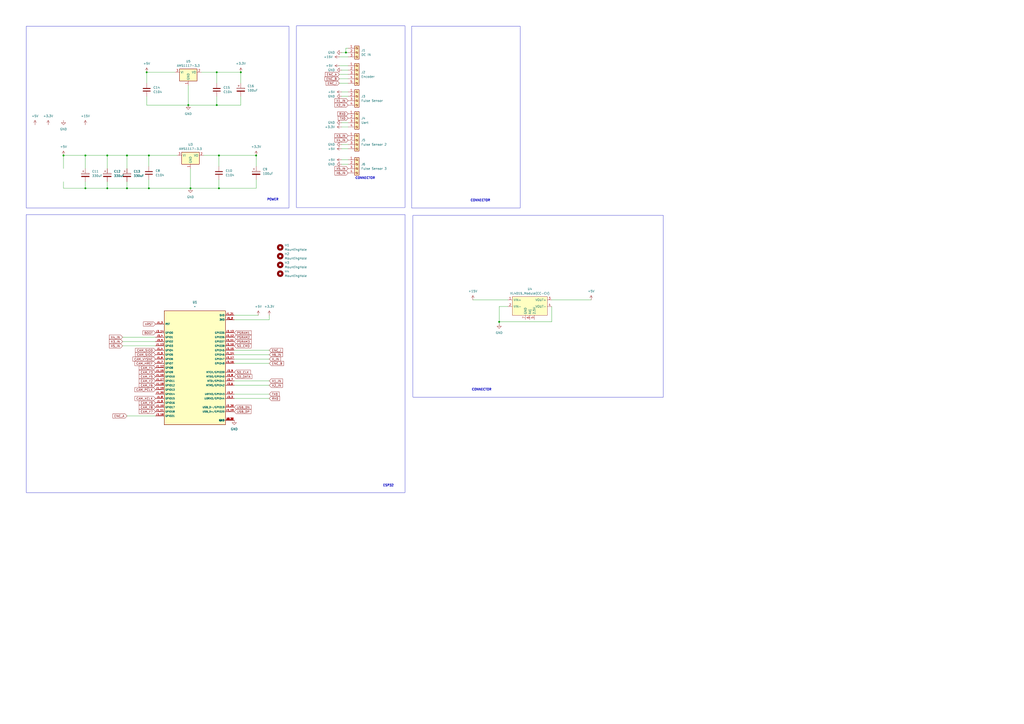
<source format=kicad_sch>
(kicad_sch (version 20250114) (generator "eeschema") (generator_version "9.0")
  (paper "A2")
  (lib_symbols
    (symbol "Connector:Screw_Terminal_01x03" (pin_names (offset 1.016) (hide yes))
      (property "Reference" "J" (at 0 5.08 0))
      (property "Value" "Screw_Terminal_01x03" (at 0 -5.08 0))
      (symbol "Screw_Terminal_01x03_1_1"
        (rectangle (start -1.27 3.81) (end 1.27 -3.81) (stroke (width 0.254)) (fill (type background)))
        (polyline (pts (xy -0.5334 2.8702) (xy 0.3302 2.032)) (stroke (width 0.1524)))
        (polyline (pts (xy -0.5334 0.3302) (xy 0.3302 -0.508)) (stroke (width 0.1524)))
        (polyline (pts (xy -0.5334 -2.2098) (xy 0.3302 -3.048)) (stroke (width 0.1524)))
        (polyline (pts (xy -0.3556 3.048) (xy 0.508 2.2098)) (stroke (width 0.1524)))
        (polyline (pts (xy -0.3556 0.508) (xy 0.508 -0.3302)) (stroke (width 0.1524)))
        (polyline (pts (xy -0.3556 -2.032) (xy 0.508 -2.8702)) (stroke (width 0.1524)))
        (circle (center 0 2.54) (radius 0.635) (stroke (width 0.1524)))
        (circle (center 0 0) (radius 0.635) (stroke (width 0.1524)))
        (circle (center 0 -2.54) (radius 0.635) (stroke (width 0.1524)))
        (pin passive line (at -5.08 2.54 0) (length 3.81) (name "Pin_1") (number "1"))
        (pin passive line (at -5.08 0 0) (length 3.81) (name "Pin_2") (number "2"))
        (pin passive line (at -5.08 -2.54 0) (length 3.81) (name "Pin_3") (number "3"))
      )
    )
    (symbol "Connector:Screw_Terminal_01x04" (pin_names (offset 1.016) (hide yes))
      (property "Reference" "J" (at 0 5.08 0))
      (property "Value" "Screw_Terminal_01x04" (at 0 -7.62 0))
      (symbol "Screw_Terminal_01x04_1_1"
        (rectangle (start -1.27 3.81) (end 1.27 -6.35) (stroke (width 0.254)) (fill (type background)))
        (polyline (pts (xy -0.5334 2.8702) (xy 0.3302 2.032)) (stroke (width 0.1524)))
        (polyline (pts (xy -0.5334 0.3302) (xy 0.3302 -0.508)) (stroke (width 0.1524)))
        (polyline (pts (xy -0.5334 -2.2098) (xy 0.3302 -3.048)) (stroke (width 0.1524)))
        (polyline (pts (xy -0.5334 -4.7498) (xy 0.3302 -5.588)) (stroke (width 0.1524)))
        (polyline (pts (xy -0.3556 3.048) (xy 0.508 2.2098)) (stroke (width 0.1524)))
        (polyline (pts (xy -0.3556 0.508) (xy 0.508 -0.3302)) (stroke (width 0.1524)))
        (polyline (pts (xy -0.3556 -2.032) (xy 0.508 -2.8702)) (stroke (width 0.1524)))
        (polyline (pts (xy -0.3556 -4.572) (xy 0.508 -5.4102)) (stroke (width 0.1524)))
        (circle (center 0 2.54) (radius 0.635) (stroke (width 0.1524)))
        (circle (center 0 0) (radius 0.635) (stroke (width 0.1524)))
        (circle (center 0 -2.54) (radius 0.635) (stroke (width 0.1524)))
        (circle (center 0 -5.08) (radius 0.635) (stroke (width 0.1524)))
        (pin passive line (at -5.08 2.54 0) (length 3.81) (name "Pin_1") (number "1"))
        (pin passive line (at -5.08 0 0) (length 3.81) (name "Pin_2") (number "2"))
        (pin passive line (at -5.08 -2.54 0) (length 3.81) (name "Pin_3") (number "3"))
        (pin passive line (at -5.08 -5.08 0) (length 3.81) (name "Pin_4") (number "4"))
      )
    )
    (symbol "Connector:Screw_Terminal_01x05" (pin_names (offset 1.016) (hide yes))
      (property "Reference" "J" (at 0 7.62 0))
      (property "Value" "Screw_Terminal_01x05" (at 0 -7.62 0))
      (symbol "Screw_Terminal_01x05_1_1"
        (rectangle (start -1.27 6.35) (end 1.27 -6.35) (stroke (width 0.254)) (fill (type background)))
        (polyline (pts (xy -0.5334 5.4102) (xy 0.3302 4.572)) (stroke (width 0.1524)))
        (polyline (pts (xy -0.5334 2.8702) (xy 0.3302 2.032)) (stroke (width 0.1524)))
        (polyline (pts (xy -0.5334 0.3302) (xy 0.3302 -0.508)) (stroke (width 0.1524)))
        (polyline (pts (xy -0.5334 -2.2098) (xy 0.3302 -3.048)) (stroke (width 0.1524)))
        (polyline (pts (xy -0.5334 -4.7498) (xy 0.3302 -5.588)) (stroke (width 0.1524)))
        (polyline (pts (xy -0.3556 5.588) (xy 0.508 4.7498)) (stroke (width 0.1524)))
        (polyline (pts (xy -0.3556 3.048) (xy 0.508 2.2098)) (stroke (width 0.1524)))
        (polyline (pts (xy -0.3556 0.508) (xy 0.508 -0.3302)) (stroke (width 0.1524)))
        (polyline (pts (xy -0.3556 -2.032) (xy 0.508 -2.8702)) (stroke (width 0.1524)))
        (polyline (pts (xy -0.3556 -4.572) (xy 0.508 -5.4102)) (stroke (width 0.1524)))
        (circle (center 0 5.08) (radius 0.635) (stroke (width 0.1524)))
        (circle (center 0 2.54) (radius 0.635) (stroke (width 0.1524)))
        (circle (center 0 0) (radius 0.635) (stroke (width 0.1524)))
        (circle (center 0 -2.54) (radius 0.635) (stroke (width 0.1524)))
        (circle (center 0 -5.08) (radius 0.635) (stroke (width 0.1524)))
        (pin passive line (at -5.08 5.08 0) (length 3.81) (name "Pin_1") (number "1"))
        (pin passive line (at -5.08 2.54 0) (length 3.81) (name "Pin_2") (number "2"))
        (pin passive line (at -5.08 0 0) (length 3.81) (name "Pin_3") (number "3"))
        (pin passive line (at -5.08 -2.54 0) (length 3.81) (name "Pin_4") (number "4"))
        (pin passive line (at -5.08 -5.08 0) (length 3.81) (name "Pin_5") (number "5"))
      )
    )
    (symbol "Device:C" (pin_numbers (hide yes)) (pin_names (offset 0.254))
      (property "Reference" "C" (at 0.635 2.54 0))
      (property "Value" "C" (at 0.635 -2.54 0))
      (symbol "C_0_1"
        (polyline (pts (xy -2.032 0.762) (xy 2.032 0.762)) (stroke (width 0.508)))
        (polyline (pts (xy -2.032 -0.762) (xy 2.032 -0.762)) (stroke (width 0.508)))
      )
      (symbol "C_1_1"
        (pin passive line (at 0 3.81 270) (length 2.794) (name "~") (number "1"))
        (pin passive line (at 0 -3.81 90) (length 2.794) (name "~") (number "2"))
      )
    )
    (symbol "Device:C_Polarized" (pin_numbers (hide yes)) (pin_names (offset 0.254))
      (property "Reference" "C" (at 0.635 2.54 0))
      (property "Value" "C_Polarized" (at 0.635 -2.54 0))
      (symbol "C_Polarized_0_1"
        (rectangle (start -2.286 0.508) (end 2.286 1.016))
        (polyline (pts (xy -1.778 2.286) (xy -0.762 2.286)))
        (polyline (pts (xy -1.27 2.794) (xy -1.27 1.778)))
        (rectangle (start 2.286 -0.508) (end -2.286 -1.016) (fill (type outline)))
      )
      (symbol "C_Polarized_1_1"
        (pin passive line (at 0 3.81 270) (length 2.794) (name "~") (number "1"))
        (pin passive line (at 0 -3.81 90) (length 2.794) (name "~") (number "2"))
      )
    )
    (symbol "Mechanical:MountingHole" (pin_names (offset 1.016)) (in_bom no)
      (property "Reference" "H" (at 0 5.08 0))
      (property "Value" "MountingHole" (at 0 3.175 0))
      (symbol "MountingHole_0_1"
        (circle (center 0 0) (radius 1.27) (stroke (width 1.27)))
      )
    )
    (symbol "Module_MCU:ESP32-S3-CAM"
      (property "Reference" "U" (at 0 0 0))
      (symbol "ESP32-S3-CAM_0_0"
        (rectangle (start -17.78 -33.02) (end 17.78 33.02) (stroke (width 0.254)) (fill (type background)))
        (pin input line (at -22.86 25.4 0) (length 5.08) (name "RST") (number "J1_3"))
        (pin bidirectional line (at -22.86 20.32 0) (length 5.08) (name "GPIO0") (number "J3_14"))
        (pin bidirectional line (at -22.86 17.78 0) (length 5.08) (name "GPIO1") (number "J3_4"))
        (pin bidirectional line (at -22.86 15.24 0) (length 5.08) (name "GPIO2") (number "J3_5"))
        (pin bidirectional line (at -22.86 12.7 0) (length 5.08) (name "GPIO3") (number "J1_13"))
        (pin bidirectional line (at -22.86 10.16 0) (length 5.08) (name "GPIO4") (number "J1_4"))
        (pin bidirectional line (at -22.86 7.62 0) (length 5.08) (name "GPIO5") (number "J1_5"))
        (pin bidirectional line (at -22.86 5.08 0) (length 5.08) (name "GPIO6") (number "J1_6"))
        (pin bidirectional line (at -22.86 2.54 0) (length 5.08) (name "GPIO7") (number "J1_7"))
        (pin bidirectional line (at -22.86 0 0) (length 5.08) (name "GPIO8") (number "J1_12"))
        (pin bidirectional line (at -22.86 -2.54 0) (length 5.08) (name "GPIO9") (number "J1_15"))
        (pin bidirectional line (at -22.86 -5.08 0) (length 5.08) (name "GPIO10") (number "J1_16"))
        (pin bidirectional line (at -22.86 -7.62 0) (length 5.08) (name "GPIO11") (number "J1_17"))
        (pin bidirectional line (at -22.86 -10.16 0) (length 5.08) (name "GPIO12") (number "J1_18"))
        (pin bidirectional line (at -22.86 -12.7 0) (length 5.08) (name "GPIO13") (number "J1_19"))
        (pin bidirectional line (at -22.86 -15.24 0) (length 5.08) (name "GPIO14") (number "J1_20"))
        (pin bidirectional line (at -22.86 -17.78 0) (length 5.08) (name "GPIO15") (number "J1_8"))
        (pin bidirectional line (at -22.86 -20.32 0) (length 5.08) (name "GPIO16") (number "J1_9"))
        (pin bidirectional line (at -22.86 -22.86 0) (length 5.08) (name "GPIO17") (number "J1_10"))
        (pin bidirectional line (at -22.86 -25.4 0) (length 5.08) (name "GPIO18") (number "J1_11"))
        (pin bidirectional line (at -22.86 -27.94 0) (length 5.08) (name "GPIO21") (number "J3_18"))
        (pin power_in line (at 22.86 30.48 180) (length 5.08) (name "5V0") (number "J1_21"))
        (pin power_in line (at 22.86 27.94 180) (length 5.08) (name "3V3") (number "J1_1"))
        (pin power_in line (at 22.86 27.94 180) (length 5.08) (name "3V3") (number "J1_2"))
        (pin bidirectional line (at 22.86 20.32 180) (length 5.08) (name "GPIO35") (number "J3_13"))
        (pin bidirectional line (at 22.86 17.78 180) (length 5.08) (name "GPIO36") (number "J3_12"))
        (pin bidirectional line (at 22.86 15.24 180) (length 5.08) (name "GPIO37") (number "J3_11"))
        (pin bidirectional line (at 22.86 12.7 180) (length 5.08) (name "GPIO38") (number "J3_10"))
        (pin bidirectional line (at 22.86 10.16 180) (length 5.08) (name "GPIO45") (number "J3_15"))
        (pin bidirectional line (at 22.86 7.62 180) (length 5.08) (name "GPIO46") (number "J1_14"))
        (pin bidirectional line (at 22.86 5.08 180) (length 5.08) (name "GPIO47") (number "J3_17"))
        (pin bidirectional line (at 22.86 2.54 180) (length 5.08) (name "GPIO48") (number "J3_16"))
        (pin bidirectional line (at 22.86 -2.54 180) (length 5.08) (name "MTCK/GPIO39") (number "J3_9"))
        (pin bidirectional line (at 22.86 -5.08 180) (length 5.08) (name "MTDO/GPIO40") (number "J3_8"))
        (pin bidirectional line (at 22.86 -7.62 180) (length 5.08) (name "MTDI/GPIO41") (number "J3_7"))
        (pin bidirectional line (at 22.86 -10.16 180) (length 5.08) (name "MTMS/GPIO42") (number "J3_6"))
        (pin bidirectional line (at 22.86 -15.24 180) (length 5.08) (name "U0TXD/GPIO43") (number "J3_2"))
        (pin bidirectional line (at 22.86 -17.78 180) (length 5.08) (name "U0RXD/GPIO44") (number "J3_3"))
        (pin bidirectional line (at 22.86 -22.86 180) (length 5.08) (name "USB_D-/GPIO19") (number "J3_20"))
        (pin bidirectional line (at 22.86 -25.4 180) (length 5.08) (name "USB_D+/GPIO20") (number "J3_19"))
        (pin power_in line (at 22.86 -30.48 180) (length 5.08) (name "GND") (number "J1_22"))
        (pin power_in line (at 22.86 -30.48 180) (length 5.08) (name "GND") (number "J3_1"))
        (pin power_in line (at 22.86 -30.48 180) (length 5.08) (name "GND") (number "J3_21"))
        (pin power_in line (at 22.86 -30.48 180) (length 5.08) (name "GND") (number "J3_22"))
      )
    )
    (symbol "Module_Powers:XL4015_With_CC"
      (property "Reference" "U" (at 0 3.302 0))
      (property "Value" "XL4015_Module(CC-CV)" (at 0 0 0))
      (symbol "XL4015_With_CC_0_1"
        (rectangle (start -10.16 5.715) (end 10.16 -5.08) (fill (type background)))
      )
      (symbol "XL4015_With_CC_1_1"
        (pin input line (at -12.7 3.81 0) (length 2.54) (name "VIN+") (number "1"))
        (pin input line (at -12.7 0 0) (length 2.54) (name "VIN-") (number "2"))
        (pin input line (at -2.54 -7.62 90) (length 2.54) (name "GND") (number "7"))
        (pin input line (at 0 -7.62 90) (length 2.54) (name "Adj") (number "6"))
        (pin input line (at 2.54 -7.62 90) (length 2.54) (name "2.5V") (number "5"))
        (pin input line (at 12.7 3.81 180) (length 2.54) (name "VOUT+") (number "3"))
        (pin input line (at 12.7 0 180) (length 2.54) (name "VOUT-") (number "4"))
      )
    )
    (symbol "Regulator_Linear:AMS1117-3.3"
      (property "Reference" "U" (at -3.81 3.175 0))
      (property "Value" "AMS1117-3.3" (at 0 3.175 0))
      (symbol "AMS1117-3.3_0_1"
        (rectangle (start -5.08 -5.08) (end 5.08 1.905) (stroke (width 0.254)) (fill (type background)))
      )
      (symbol "AMS1117-3.3_1_1"
        (pin power_in line (at -7.62 0 0) (length 2.54) (name "VI") (number "3"))
        (pin power_in line (at 0 -7.62 90) (length 2.54) (name "GND") (number "1"))
        (pin power_out line (at 7.62 0 180) (length 2.54) (name "VO") (number "2"))
      )
    )
    (symbol "power:+15V" (power) (pin_numbers (hide yes)) (pin_names (offset 0) (hide yes))
      (property "Value" "+15V" (at 0 3.556 0))
      (symbol "+15V_0_1"
        (polyline (pts (xy -0.762 1.27) (xy 0 2.54)))
        (polyline (pts (xy 0 2.54) (xy 0.762 1.27)))
        (polyline (pts (xy 0 0) (xy 0 2.54)))
      )
      (symbol "+15V_1_1"
        (pin power_in line (at 0 0 90) (length 0) (name "~") (number "1"))
      )
    )
    (symbol "power:+3.3V" (power) (pin_numbers (hide yes)) (pin_names (offset 0) (hide yes))
      (property "Value" "+3.3V" (at 0 3.556 0))
      (symbol "+3.3V_0_1"
        (polyline (pts (xy -0.762 1.27) (xy 0 2.54)))
        (polyline (pts (xy 0 2.54) (xy 0.762 1.27)))
        (polyline (pts (xy 0 0) (xy 0 2.54)))
      )
      (symbol "+3.3V_1_1"
        (pin power_in line (at 0 0 90) (length 0) (name "~") (number "1"))
      )
    )
    (symbol "power:+5V" (power) (pin_numbers (hide yes)) (pin_names (offset 0) (hide yes))
      (property "Value" "+5V" (at 0 3.556 0))
      (symbol "+5V_0_1"
        (polyline (pts (xy -0.762 1.27) (xy 0 2.54)))
        (polyline (pts (xy 0 2.54) (xy 0.762 1.27)))
        (polyline (pts (xy 0 0) (xy 0 2.54)))
      )
      (symbol "+5V_1_1"
        (pin power_in line (at 0 0 90) (length 0) (name "~") (number "1"))
      )
    )
    (symbol "power:GND" (power) (pin_numbers (hide yes)) (pin_names (offset 0) (hide yes))
      (property "Value" "GND" (at 0 -3.81 0))
      (symbol "GND_0_1"
        (polyline (pts (xy 0 0) (xy 0 -1.27) (xy 1.27 -1.27) (xy 0 -2.54) (xy -1.27 -1.27) (xy 0 -1.27)))
      )
      (symbol "GND_1_1"
        (pin power_in line (at 0 0 270) (length 0) (name "~") (number "1"))
      )
    )
  )
  (rectangle (start 15.24 15.24) (end 167.64 120.65))
  (rectangle (start 238.76 15.24) (end 301.752 120.65))
  (rectangle (start 239.522 124.968) (end 384.81 230.378))
  (rectangle (start 171.958 14.986) (end 234.95 120.396))
  (rectangle (start 15.24 124.46) (end 234.95 285.75))
  (text "CONNECTOR" (at 211.836 103.378 0) (effects (font (size 1.27 1.27) (thickness 0.254) (bold yes))))
  (text "CONNECTOR" (at 279.4 226.06 0) (effects (font (size 1.27 1.27) (thickness 0.254) (bold yes))))
  (text "POWER" (at 158.242 115.824 0) (effects (font (size 1.27 1.27) (thickness 0.254) (bold yes))))
  (text "ESP32" (at 225.298 281.686 0) (effects (font (size 1.27 1.27) (thickness 0.254) (bold yes))))
  (text "CONNECTOR" (at 278.638 116.332 0) (effects (font (size 1.27 1.27) (thickness 0.254) (bold yes))))
  (junction (at 36.83 90.17))
  (junction (at 125.73 41.91))
  (junction (at 86.36 90.17))
  (junction (at 62.23 90.17))
  (junction (at 200.66 30.48))
  (junction (at 62.23 109.22))
  (junction (at 86.36 109.22))
  (junction (at 148.59 90.17))
  (junction (at 127 90.17))
  (junction (at 85.09 41.91))
  (junction (at 49.53 90.17))
  (junction (at 73.66 109.22))
  (junction (at 289.56 186.69))
  (junction (at 110.49 109.22))
  (junction (at 73.66 90.17))
  (junction (at 125.73 60.96))
  (junction (at 139.7 41.91))
  (junction (at 127 109.22))
  (junction (at 109.22 60.96))
  (junction (at 49.53 109.22))
  (wire (pts (xy 196.85 38.1) (xy 201.93 38.1)))
  (wire (pts (xy 201.93 95.25) (xy 198.12 95.25)))
  (wire (pts (xy 125.73 60.96) (xy 109.22 60.96)))
  (wire (pts (xy 148.59 104.14) (xy 148.59 109.22)))
  (wire (pts (xy 127 104.14) (xy 127 109.22)))
  (wire (pts (xy 86.36 104.14) (xy 86.36 109.22)))
  (wire (pts (xy 289.56 186.69) (xy 289.56 177.8)))
  (wire (pts (xy 274.32 173.99) (xy 294.64 173.99)))
  (wire (pts (xy 62.23 109.22) (xy 73.66 109.22)))
  (wire (pts (xy 156.21 231.14) (xy 135.89 231.14)))
  (wire (pts (xy 73.66 105.41) (xy 73.66 109.22)))
  (wire (pts (xy 198.12 92.71) (xy 201.93 92.71)))
  (wire (pts (xy 85.09 48.26) (xy 85.09 41.91)))
  (wire (pts (xy 196.85 48.26) (xy 201.93 48.26)))
  (wire (pts (xy 156.21 185.42) (xy 135.89 185.42)))
  (wire (pts (xy 200.66 30.48) (xy 198.12 30.48)))
  (wire (pts (xy 156.21 223.52) (xy 135.89 223.52)))
  (wire (pts (xy 71.12 200.66) (xy 90.17 200.66)))
  (wire (pts (xy 73.66 241.3) (xy 90.17 241.3)))
  (wire (pts (xy 198.12 53.34) (xy 201.93 53.34)))
  (wire (pts (xy 148.59 90.17) (xy 148.59 96.52)))
  (wire (pts (xy 127 90.17) (xy 148.59 90.17)))
  (wire (pts (xy 201.93 30.48) (xy 200.66 30.48)))
  (wire (pts (xy 201.93 71.12) (xy 198.12 71.12)))
  (wire (pts (xy 156.21 210.82) (xy 135.89 210.82)))
  (wire (pts (xy 196.85 45.72) (xy 201.93 45.72)))
  (wire (pts (xy 73.66 90.17) (xy 73.66 97.79)))
  (wire (pts (xy 289.56 187.96) (xy 289.56 186.69)))
  (wire (pts (xy 201.93 83.82) (xy 198.12 83.82)))
  (wire (pts (xy 139.7 48.26) (xy 139.7 41.91)))
  (wire (pts (xy 320.04 186.69) (xy 289.56 186.69)))
  (wire (pts (xy 86.36 90.17) (xy 102.87 90.17)))
  (wire (pts (xy 85.09 60.96) (xy 109.22 60.96)))
  (wire (pts (xy 36.83 90.17) (xy 49.53 90.17)))
  (wire (pts (xy 156.21 182.88) (xy 156.21 185.42)))
  (wire (pts (xy 125.73 55.88) (xy 125.73 60.96)))
  (wire (pts (xy 156.21 228.6) (xy 135.89 228.6)))
  (wire (pts (xy 36.83 105.41) (xy 36.83 109.22)))
  (wire (pts (xy 49.53 90.17) (xy 49.53 97.79)))
  (wire (pts (xy 200.66 27.94) (xy 200.66 30.48)))
  (wire (pts (xy 196.85 43.18) (xy 201.93 43.18)))
  (wire (pts (xy 86.36 109.22) (xy 110.49 109.22)))
  (wire (pts (xy 156.21 205.74) (xy 135.89 205.74)))
  (wire (pts (xy 71.12 195.58) (xy 90.17 195.58)))
  (wire (pts (xy 342.9 173.99) (xy 320.04 173.99)))
  (wire (pts (xy 289.56 177.8) (xy 294.64 177.8)))
  (wire (pts (xy 127 109.22) (xy 110.49 109.22)))
  (wire (pts (xy 73.66 109.22) (xy 86.36 109.22)))
  (wire (pts (xy 49.53 90.17) (xy 62.23 90.17)))
  (wire (pts (xy 36.83 90.17) (xy 36.83 97.79)))
  (wire (pts (xy 86.36 96.52) (xy 86.36 90.17)))
  (wire (pts (xy 156.21 203.2) (xy 135.89 203.2)))
  (wire (pts (xy 85.09 55.88) (xy 85.09 60.96)))
  (wire (pts (xy 139.7 60.96) (xy 125.73 60.96)))
  (wire (pts (xy 139.7 41.91) (xy 125.73 41.91)))
  (wire (pts (xy 110.49 109.22) (xy 110.49 97.79)))
  (wire (pts (xy 62.23 105.41) (xy 62.23 109.22)))
  (wire (pts (xy 139.7 55.88) (xy 139.7 60.96)))
  (wire (pts (xy 148.59 109.22) (xy 127 109.22)))
  (wire (pts (xy 49.53 109.22) (xy 62.23 109.22)))
  (wire (pts (xy 49.53 105.41) (xy 49.53 109.22)))
  (wire (pts (xy 320.04 177.8) (xy 320.04 186.69)))
  (wire (pts (xy 118.11 90.17) (xy 127 90.17)))
  (wire (pts (xy 201.93 27.94) (xy 200.66 27.94)))
  (wire (pts (xy 156.21 220.98) (xy 135.89 220.98)))
  (wire (pts (xy 127 90.17) (xy 127 96.52)))
  (wire (pts (xy 62.23 90.17) (xy 73.66 90.17)))
  (wire (pts (xy 198.12 73.66) (xy 201.93 73.66)))
  (wire (pts (xy 109.22 60.96) (xy 109.22 49.53)))
  (wire (pts (xy 116.84 41.91) (xy 125.73 41.91)))
  (wire (pts (xy 201.93 40.64) (xy 198.12 40.64)))
  (wire (pts (xy 135.89 182.88) (xy 149.86 182.88)))
  (wire (pts (xy 85.09 41.91) (xy 101.6 41.91)))
  (wire (pts (xy 71.12 198.12) (xy 90.17 198.12)))
  (wire (pts (xy 62.23 90.17) (xy 62.23 97.79)))
  (wire (pts (xy 73.66 90.17) (xy 86.36 90.17)))
  (wire (pts (xy 198.12 86.36) (xy 201.93 86.36)))
  (wire (pts (xy 201.93 55.88) (xy 198.12 55.88)))
  (wire (pts (xy 125.73 41.91) (xy 125.73 48.26)))
  (wire (pts (xy 36.83 109.22) (xy 49.53 109.22)))
  (wire (pts (xy 196.85 33.02) (xy 201.93 33.02)))
  (wire (pts (xy 156.21 208.28) (xy 135.89 208.28)))
  (global_label "CAM_SIOC" (shape input) (at 90.17 205.74 180) (property "Intersheetrefs" "${INTERSHEET_REFS}" (effects (hide yes))))
  (global_label "BOOT" (shape input) (at 90.17 193.04 180) (property "Intersheetrefs" "${INTERSHEET_REFS}" (effects (hide yes))))
  (global_label "X3_IN" (shape input) (at 201.93 78.74 180) (effects (font (thickness 0.1588))) (property "Intersheetrefs" "${INTERSHEET_REFS}" (effects (hide yes))))
  (global_label "CAM_XCLK" (shape input) (at 90.17 231.14 180) (property "Intersheetrefs" "${INTERSHEET_REFS}" (effects (hide yes))))
  (global_label "CAM_VYSNC" (shape input) (at 90.17 208.28 180) (property "Intersheetrefs" "${INTERSHEET_REFS}" (effects (hide yes))))
  (global_label "PSRAM1" (shape input) (at 135.89 193.04 0) (property "Intersheetrefs" "${INTERSHEET_REFS}" (effects (hide yes))))
  (global_label "CAM_Y3" (shape input) (at 90.17 215.9 180) (property "Intersheetrefs" "${INTERSHEET_REFS}" (effects (hide yes))))
  (global_label "ENC_B" (shape input) (at 196.85 45.72 180) (effects (font (thickness 0.1588))) (property "Intersheetrefs" "${INTERSHEET_REFS}" (effects (hide yes))))
  (global_label "X3_IN" (shape input) (at 71.12 198.12 180) (effects (font (thickness 0.1588))) (property "Intersheetrefs" "${INTERSHEET_REFS}" (effects (hide yes))))
  (global_label "CAM_HREF" (shape input) (at 90.17 210.82 180) (property "Intersheetrefs" "${INTERSHEET_REFS}" (effects (hide yes))))
  (global_label "TX0" (shape input) (at 201.93 68.58 180) (effects (font (thickness 0.1588))) (property "Intersheetrefs" "${INTERSHEET_REFS}" (effects (hide yes))))
  (global_label "SD_CLK" (shape input) (at 135.89 215.9 0) (property "Intersheetrefs" "${INTERSHEET_REFS}" (effects (hide yes))))
  (global_label "TX0" (shape input) (at 156.21 228.6 0) (effects (font (thickness 0.1588))) (property "Intersheetrefs" "${INTERSHEET_REFS}" (effects (hide yes))))
  (global_label "X5_IN" (shape input) (at 71.12 200.66 180) (effects (font (thickness 0.1588))) (property "Intersheetrefs" "${INTERSHEET_REFS}" (effects (hide yes))))
  (global_label "ENC_A" (shape input) (at 73.66 241.3 180) (effects (font (thickness 0.1588))) (property "Intersheetrefs" "${INTERSHEET_REFS}" (effects (hide yes))))
  (global_label "X1_IN" (shape input) (at 156.21 220.98 0) (effects (font (thickness 0.1588))) (property "Intersheetrefs" "${INTERSHEET_REFS}" (effects (hide yes))))
  (global_label "CAM_Y2" (shape input) (at 90.17 220.98 180) (property "Intersheetrefs" "${INTERSHEET_REFS}" (effects (hide yes))))
  (global_label "X4_IN" (shape input) (at 71.12 195.58 180) (effects (font (thickness 0.1588))) (property "Intersheetrefs" "${INTERSHEET_REFS}" (effects (hide yes))))
  (global_label "X2_IN" (shape input) (at 156.21 223.52 0) (effects (font (thickness 0.1588))) (property "Intersheetrefs" "${INTERSHEET_REFS}" (effects (hide yes))))
  (global_label "CAM_Y5" (shape input) (at 90.17 218.44 180) (property "Intersheetrefs" "${INTERSHEET_REFS}" (effects (hide yes))))
  (global_label "CAM_SIOD" (shape input) (at 90.17 203.2 180) (property "Intersheetrefs" "${INTERSHEET_REFS}" (effects (hide yes))))
  (global_label "ENC_B" (shape input) (at 156.21 210.82 0) (effects (font (thickness 0.1588))) (property "Intersheetrefs" "${INTERSHEET_REFS}" (effects (hide yes))))
  (global_label "CAM_Y6" (shape input) (at 90.17 223.52 180) (property "Intersheetrefs" "${INTERSHEET_REFS}" (effects (hide yes))))
  (global_label "PSRAM3" (shape input) (at 135.89 198.12 0) (property "Intersheetrefs" "${INTERSHEET_REFS}" (effects (hide yes))))
  (global_label "X2_IN" (shape input) (at 201.93 60.96 180) (effects (font (thickness 0.1588))) (property "Intersheetrefs" "${INTERSHEET_REFS}" (effects (hide yes))))
  (global_label "SD_CMD" (shape input) (at 135.89 200.66 0) (property "Intersheetrefs" "${INTERSHEET_REFS}" (effects (hide yes))))
  (global_label "RX0" (shape input) (at 156.21 231.14 0) (effects (font (thickness 0.1588))) (property "Intersheetrefs" "${INTERSHEET_REFS}" (effects (hide yes))))
  (global_label "X5_IN" (shape input) (at 201.93 97.79 180) (effects (font (thickness 0.1588))) (property "Intersheetrefs" "${INTERSHEET_REFS}" (effects (hide yes))))
  (global_label "USB_DP" (shape input) (at 135.89 238.76 0) (property "Intersheetrefs" "${INTERSHEET_REFS}" (effects (hide yes))))
  (global_label "ENC_I" (shape input) (at 156.21 203.2 0) (effects (font (thickness 0.1588))) (property "Intersheetrefs" "${INTERSHEET_REFS}" (effects (hide yes))))
  (global_label "CAM_Y8" (shape input) (at 90.17 236.22 180) (property "Intersheetrefs" "${INTERSHEET_REFS}" (effects (hide yes))))
  (global_label "CAM_Y7" (shape input) (at 90.17 238.76 180) (property "Intersheetrefs" "${INTERSHEET_REFS}" (effects (hide yes))))
  (global_label "CAM_Y9" (shape input) (at 90.17 233.68 180) (property "Intersheetrefs" "${INTERSHEET_REFS}" (effects (hide yes))))
  (global_label "ENC_I" (shape input) (at 196.85 48.26 180) (effects (font (thickness 0.1588))) (property "Intersheetrefs" "${INTERSHEET_REFS}" (effects (hide yes))))
  (global_label "X1_IN" (shape input) (at 201.93 58.42 180) (effects (font (thickness 0.1588))) (property "Intersheetrefs" "${INTERSHEET_REFS}" (effects (hide yes))))
  (global_label "nRST" (shape input) (at 90.17 187.96 180) (property "Intersheetrefs" "${INTERSHEET_REFS}" (effects (hide yes))))
  (global_label "X_IN" (shape input) (at 156.21 208.28 0) (effects (font (thickness 0.1588))) (property "Intersheetrefs" "${INTERSHEET_REFS}" (effects (hide yes))))
  (global_label "CAM_Y4" (shape input) (at 90.17 213.36 180) (property "Intersheetrefs" "${INTERSHEET_REFS}" (effects (hide yes))))
  (global_label "PSRAM2" (shape input) (at 135.89 195.58 0) (property "Intersheetrefs" "${INTERSHEET_REFS}" (effects (hide yes))))
  (global_label "X4_IN" (shape input) (at 201.93 81.28 180) (effects (font (thickness 0.1588))) (property "Intersheetrefs" "${INTERSHEET_REFS}" (effects (hide yes))))
  (global_label "SD_DATA" (shape input) (at 135.89 218.44 0) (property "Intersheetrefs" "${INTERSHEET_REFS}" (effects (hide yes))))
  (global_label "USB_DN" (shape input) (at 135.89 236.22 0) (property "Intersheetrefs" "${INTERSHEET_REFS}" (effects (hide yes))))
  (global_label "RX0" (shape input) (at 201.93 66.04 180) (effects (font (thickness 0.1588))) (property "Intersheetrefs" "${INTERSHEET_REFS}" (effects (hide yes))))
  (global_label "ENC_A" (shape input) (at 196.85 43.18 180) (effects (font (thickness 0.1588))) (property "Intersheetrefs" "${INTERSHEET_REFS}" (effects (hide yes))))
  (global_label "X6_IN" (shape input) (at 201.93 100.33 180) (effects (font (thickness 0.1588))) (property "Intersheetrefs" "${INTERSHEET_REFS}" (effects (hide yes))))
  (global_label "X6_IN" (shape input) (at 156.21 205.74 0) (effects (font (thickness 0.1588))) (property "Intersheetrefs" "${INTERSHEET_REFS}" (effects (hide yes))))
  (global_label "CAM_PCLK" (shape input) (at 90.17 226.06 180) (property "Intersheetrefs" "${INTERSHEET_REFS}" (effects (hide yes))))
  (symbol (lib_id "power:+3.3V") (at 198.12 73.66 90) (mirror x) (unit 1)
    (property "Reference" "#PWR019" (effects (hide yes)))
    (property "Value" "+3.3V" (at 194.31 73.6601 90) (effects (justify left)))
    (property "Description" "Power symbol creates a global label with name \"+3.3V\"" (effects (hide yes)))
  )
  (symbol (lib_id "Connector:Screw_Terminal_01x03") (at 207.01 30.48 0) (unit 1)
    (property "Reference" "J1" (at 209.55 29.2099 0) (effects (justify left)))
    (property "Value" "DC IN" (at 209.55 31.7499 0) (effects (justify left)))
    (property "Footprint" "TerminalBlock_Phoenix:TerminalBlock_Phoenix_MKDS-1,5-3-5.08_1x03_P5.08mm_Horizontal" (effects (hide yes)))
    (property "Description" "Generic screw terminal, single row, 01x03, script generated (kicad-library-utils/schlib/autogen/connector/)" (effects (hide yes)))
  )
  (symbol (lib_id "Mechanical:MountingHole") (at 162.56 143.51 0) (unit 1) (in_bom no)
    (property "Reference" "H1" (at 165.1 142.2399 0) (effects (justify left)))
    (property "Value" "MountingHole" (at 165.1 144.7799 0) (effects (justify left)))
    (property "Footprint" "MountingHole:MountingHole_3.2mm_M3_Pad_Via" (effects (hide yes)))
    (property "Description" "Mounting Hole without connection" (effects (hide yes)))
  )
  (symbol (lib_id "Device:C_Polarized") (at 49.53 101.6 0) (unit 1)
    (property "Reference" "C11" (at 53.34 99.4409 0) (effects (justify left)))
    (property "Value" "330uF" (at 53.34 101.9809 0) (effects (justify left)))
    (property "Footprint" "Capacitor_THT:CP_Radial_D8.0mm_P2.50mm" (effects (hide yes)))
    (property "Description" "Polarized capacitor" (effects (hide yes)))
  )
  (symbol (lib_id "Device:C_Polarized") (at 148.59 100.33 0) (unit 1)
    (property "Reference" "C9" (at 152.4 98.1709 0) (effects (justify left)))
    (property "Value" "100uF" (at 152.4 100.7109 0) (effects (justify left)))
    (property "Footprint" "Capacitor_THT:CP_Radial_D6.3mm_P2.50mm" (effects (hide yes)))
    (property "Description" "Polarized capacitor" (effects (hide yes)))
  )
  (symbol (lib_id "Module_Powers:XL4015_With_CC") (at 307.34 177.8 0) (unit 1)
    (property "Reference" "U4" (at 307.34 167.64 0))
    (property "Value" "XL4015_Module(CC-CV)" (at 307.34 170.18 0))
    (property "Footprint" "Module_Powers:XL4015_CVCC_Module" (effects (hide yes)))
  )
  (symbol (lib_id "power:+5V") (at 85.09 41.91 0) (unit 1)
    (property "Reference" "#PWR030" (effects (hide yes)))
    (property "Value" "+5V" (at 85.09 36.83 0))
    (property "Description" "Power symbol creates a global label with name \"+5V\"" (effects (hide yes)))
  )
  (symbol (lib_id "Device:C_Polarized") (at 139.7 52.07 0) (unit 1)
    (property "Reference" "C16" (at 143.51 49.9109 0) (effects (justify left)))
    (property "Value" "100uF" (at 143.51 52.4509 0) (effects (justify left)))
    (property "Footprint" "Capacitor_THT:CP_Radial_D6.3mm_P2.50mm" (effects (hide yes)))
    (property "Description" "Polarized capacitor" (effects (hide yes)))
  )
  (symbol (lib_id "Device:C_Polarized") (at 73.66 101.6 0) (unit 1)
    (property "Reference" "C13" (at 77.47 99.4409 0) (effects (justify left)))
    (property "Value" "330uF" (at 77.47 101.9809 0) (effects (justify left)))
    (property "Footprint" "Capacitor_THT:CP_Radial_D8.0mm_P2.50mm" (effects (hide yes)))
    (property "Description" "Polarized capacitor" (effects (hide yes)))
  )
  (symbol (lib_id "power:GND") (at 109.22 60.96 0) (unit 1)
    (property "Reference" "#PWR029" (effects (hide yes)))
    (property "Value" "GND" (at 109.22 66.04 0))
    (property "Description" "Power symbol creates a global label with name \"GND\" , ground" (effects (hide yes)))
  )
  (symbol (lib_id "power:GND") (at 110.49 109.22 0) (unit 1)
    (property "Reference" "#PWR09" (effects (hide yes)))
    (property "Value" "GND" (at 110.49 114.3 0))
    (property "Description" "Power symbol creates a global label with name \"GND\" , ground" (effects (hide yes)))
  )
  (symbol (lib_id "power:+5V") (at 198.12 92.71 90) (unit 1)
    (property "Reference" "#PWR026" (effects (hide yes)))
    (property "Value" "+5V" (at 194.31 92.7099 90) (effects (justify left)))
    (property "Description" "Power symbol creates a global label with name \"+5V\"" (effects (hide yes)))
  )
  (symbol (lib_id "power:+15V") (at 196.85 33.02 90) (unit 1)
    (property "Reference" "#PWR014" (effects (hide yes)))
    (property "Value" "+15V" (at 193.04 33.0199 90) (effects (justify left)))
    (property "Description" "Power symbol creates a global label with name \"+15V\"" (effects (hide yes)))
  )
  (symbol (lib_id "power:+3.3V") (at 156.21 182.88 0) (unit 1)
    (property "Reference" "#PWR028" (effects (hide yes)))
    (property "Value" "+3.3V" (at 156.21 177.8 0))
    (property "Description" "Power symbol creates a global label with name \"+3.3V\"" (effects (hide yes)))
  )
  (symbol (lib_id "power:+5V") (at 198.12 86.36 90) (mirror x) (unit 1)
    (property "Reference" "#PWR024" (effects (hide yes)))
    (property "Value" "+5V" (at 194.31 86.3601 90) (effects (justify left)))
    (property "Description" "Power symbol creates a global label with name \"+5V\"" (effects (hide yes)))
  )
  (symbol (lib_id "power:GND") (at 198.12 40.64 270) (unit 1)
    (property "Reference" "#PWR012" (effects (hide yes)))
    (property "Value" "GND" (at 194.31 40.6399 90) (effects (justify right)))
    (property "Description" "Power symbol creates a global label with name \"GND\" , ground" (effects (hide yes)))
  )
  (symbol (lib_id "Connector:Screw_Terminal_01x04") (at 207.01 68.58 0) (unit 1)
    (property "Reference" "J4" (at 209.55 68.5799 0) (effects (justify left)))
    (property "Value" "Uart" (at 209.55 71.1199 0) (effects (justify left)))
    (property "Footprint" "TerminalBlock_Phoenix:TerminalBlock_Phoenix_MKDS-1,5-4_1x04_P5.00mm_Horizontal" (effects (hide yes)))
    (property "Description" "Generic screw terminal, single row, 01x04, script generated (kicad-library-utils/schlib/autogen/connector/)" (effects (hide yes)))
  )
  (symbol (lib_id "Regulator_Linear:AMS1117-3.3") (at 110.49 90.17 0) (unit 1)
    (property "Reference" "U3" (at 110.49 83.82 0))
    (property "Value" "AMS1117-3.3" (at 110.49 86.36 0))
    (property "Footprint" "Package_TO_SOT_SMD:SOT-223-3_TabPin2" (effects (hide yes)))
    (property "Datasheet" "http://www.advanced-monolithic.com/pdf/ds1117.pdf" (effects (hide yes)))
    (property "Description" "1A Low Dropout regulator, positive, 3.3V fixed output, SOT-223" (effects (hide yes)))
  )
  (symbol (lib_id "Regulator_Linear:AMS1117-3.3") (at 109.22 41.91 0) (unit 1)
    (property "Reference" "U5" (at 109.22 35.56 0))
    (property "Value" "AMS1117-3.3" (at 109.22 38.1 0))
    (property "Footprint" "Package_TO_SOT_SMD:SOT-223-3_TabPin2" (effects (hide yes)))
    (property "Datasheet" "http://www.advanced-monolithic.com/pdf/ds1117.pdf" (effects (hide yes)))
    (property "Description" "1A Low Dropout regulator, positive, 3.3V fixed output, SOT-223" (effects (hide yes)))
  )
  (symbol (lib_id "Mechanical:MountingHole") (at 162.56 153.67 0) (unit 1) (in_bom no)
    (property "Reference" "H3" (at 165.1 152.3999 0) (effects (justify left)))
    (property "Value" "MountingHole" (at 165.1 154.9399 0) (effects (justify left)))
    (property "Footprint" "MountingHole:MountingHole_3.2mm_M3_Pad_Via" (effects (hide yes)))
    (property "Description" "Mounting Hole without connection" (effects (hide yes)))
  )
  (symbol (lib_id "Device:C") (at 86.36 100.33 0) (unit 1)
    (property "Reference" "C8" (at 90.17 99.0599 0) (effects (justify left)))
    (property "Value" "C104" (at 90.17 101.5999 0) (effects (justify left)))
    (property "Footprint" "Capacitor_THT:C_Disc_D7.0mm_W2.5mm_P5.00mm" (effects (hide yes)))
    (property "Description" "Unpolarized capacitor" (effects (hide yes)))
  )
  (symbol (lib_id "power:GND") (at 289.56 187.96 0) (unit 1)
    (property "Reference" "#PWR022" (effects (hide yes)))
    (property "Value" "GND" (at 289.56 193.04 0))
    (property "Description" "Power symbol creates a global label with name \"GND\" , ground" (effects (hide yes)))
  )
  (symbol (lib_id "Mechanical:MountingHole") (at 162.56 148.59 0) (unit 1) (in_bom no)
    (property "Reference" "H2" (at 165.1 147.3199 0) (effects (justify left)))
    (property "Value" "MountingHole" (at 165.1 149.8599 0) (effects (justify left)))
    (property "Footprint" "MountingHole:MountingHole_3.2mm_M3_Pad_Via" (effects (hide yes)))
    (property "Description" "Mounting Hole without connection" (effects (hide yes)))
  )
  (symbol (lib_id "Device:C_Polarized") (at 62.23 101.6 0) (unit 1)
    (property "Reference" "C12" (at 66.04 99.4409 0) (effects (justify left)))
    (property "Value" "330uF" (at 66.04 101.9809 0) (effects (justify left)))
    (property "Footprint" "Capacitor_THT:CP_Radial_D8.0mm_P2.50mm" (effects (hide yes)))
    (property "Description" "Polarized capacitor" (effects (hide yes)))
  )
  (symbol (lib_id "Connector:Screw_Terminal_01x04") (at 207.01 95.25 0) (unit 1)
    (property "Reference" "J6" (at 209.55 95.2499 0) (effects (justify left)))
    (property "Value" "Fulse Sensor 3" (at 209.55 97.7899 0) (effects (justify left)))
    (property "Footprint" "TerminalBlock_Phoenix:TerminalBlock_Phoenix_MKDS-1,5-4_1x04_P5.00mm_Horizontal" (effects (hide yes)))
    (property "Description" "Generic screw terminal, single row, 01x04, script generated (kicad-library-utils/schlib/autogen/connector/)" (effects (hide yes)))
  )
  (symbol (lib_id "Connector:Screw_Terminal_01x05") (at 207.01 43.18 0) (unit 1)
    (property "Reference" "J2" (at 209.55 41.9099 0) (effects (justify left)))
    (property "Value" "Encoder" (at 209.55 44.4499 0) (effects (justify left)))
    (property "Footprint" "TerminalBlock_Phoenix:TerminalBlock_Phoenix_MKDS-1,5-5-5.08_1x05_P5.08mm_Horizontal" (effects (hide yes)))
    (property "Description" "Generic screw terminal, single row, 01x05, script generated (kicad-library-utils/schlib/autogen/connector/)" (effects (hide yes)))
  )
  (symbol (lib_id "power:+3.3V") (at 148.59 90.17 0) (unit 1)
    (property "Reference" "#PWR010" (effects (hide yes)))
    (property "Value" "+3.3V" (at 148.59 85.09 0))
    (property "Description" "Power symbol creates a global label with name \"+3.3V\"" (effects (hide yes)))
  )
  (symbol (lib_id "power:GND") (at 198.12 95.25 270) (unit 1)
    (property "Reference" "#PWR027" (effects (hide yes)))
    (property "Value" "GND" (at 194.31 95.2499 90) (effects (justify right)))
    (property "Description" "Power symbol creates a global label with name \"GND\" , ground" (effects (hide yes)))
  )
  (symbol (lib_id "Module_MCU:ESP32-S3-CAM") (at 113.03 213.36 0) (unit 1)
    (property "Reference" "U1" (at 113.03 175.26 0))
    (property "Value" "~" (at 113.03 177.8 0))
    (property "Footprint" "Module_MCU:ESP32-S3-CAM" (effects (hide yes)))
  )
  (symbol (lib_id "power:GND") (at 198.12 30.48 270) (unit 1)
    (property "Reference" "#PWR013" (effects (hide yes)))
    (property "Value" "GND" (at 194.31 30.4799 90) (effects (justify right)))
    (property "Description" "Power symbol creates a global label with name \"GND\" , ground" (effects (hide yes)))
  )
  (symbol (lib_id "power:+5V") (at 342.9 173.99 0) (unit 1)
    (property "Reference" "#PWR023" (effects (hide yes)))
    (property "Value" "+5V" (at 342.9 168.91 0))
    (property "Description" "Power symbol creates a global label with name \"+5V\"" (effects (hide yes)))
  )
  (symbol (lib_id "Connector:Screw_Terminal_01x04") (at 207.01 81.28 0) (unit 1)
    (property "Reference" "J5" (at 209.55 81.2799 0) (effects (justify left)))
    (property "Value" "Fulse Sensor 2" (at 209.55 83.8199 0) (effects (justify left)))
    (property "Footprint" "TerminalBlock_Phoenix:TerminalBlock_Phoenix_MKDS-1,5-4_1x04_P5.00mm_Horizontal" (effects (hide yes)))
    (property "Description" "Generic screw terminal, single row, 01x04, script generated (kicad-library-utils/schlib/autogen/connector/)" (effects (hide yes)))
  )
  (symbol (lib_id "Device:C") (at 125.73 52.07 0) (unit 1)
    (property "Reference" "C15" (at 129.54 50.7999 0) (effects (justify left)))
    (property "Value" "C104" (at 129.54 53.3399 0) (effects (justify left)))
    (property "Footprint" "Capacitor_THT:C_Disc_D7.0mm_W2.5mm_P5.00mm" (effects (hide yes)))
    (property "Description" "Unpolarized capacitor" (effects (hide yes)))
  )
  (symbol (lib_id "Device:C") (at 85.09 52.07 0) (unit 1)
    (property "Reference" "C14" (at 88.9 50.7999 0) (effects (justify left)))
    (property "Value" "C104" (at 88.9 53.3399 0) (effects (justify left)))
    (property "Footprint" "Capacitor_THT:C_Disc_D7.0mm_W2.5mm_P5.00mm" (effects (hide yes)))
    (property "Description" "Unpolarized capacitor" (effects (hide yes)))
  )
  (symbol (lib_id "power:+5V") (at 149.86 182.88 0) (unit 1)
    (property "Reference" "#PWR017" (effects (hide yes)))
    (property "Value" "+5V" (at 149.86 177.8 0))
    (property "Description" "Power symbol creates a global label with name \"+5V\"" (effects (hide yes)))
  )
  (symbol (lib_id "power:GND") (at 198.12 55.88 270) (unit 1)
    (property "Reference" "#PWR011" (effects (hide yes)))
    (property "Value" "GND" (at 194.31 55.8799 90) (effects (justify right)))
    (property "Description" "Power symbol creates a global label with name \"GND\" , ground" (effects (hide yes)))
  )
  (symbol (lib_id "power:+3.3V") (at 139.7 41.91 0) (unit 1)
    (property "Reference" "#PWR031" (effects (hide yes)))
    (property "Value" "+3.3V" (at 139.7 36.83 0))
    (property "Description" "Power symbol creates a global label with name \"+3.3V\"" (effects (hide yes)))
  )
  (symbol (lib_id "power:GND") (at 135.89 243.84 0) (unit 1)
    (property "Reference" "#PWR018" (effects (hide yes)))
    (property "Value" "GND" (at 135.89 248.92 0))
    (property "Description" "Power symbol creates a global label with name \"GND\" , ground" (effects (hide yes)))
  )
  (symbol (lib_id "power:+3.3V") (at 27.94 72.39 0) (unit 1)
    (property "Reference" "#PWR03" (effects (hide yes)))
    (property "Value" "+3.3V" (at 27.94 67.31 0))
    (property "Description" "Power symbol creates a global label with name \"+3.3V\"" (effects (hide yes)))
  )
  (symbol (lib_id "Mechanical:MountingHole") (at 162.56 158.75 0) (unit 1) (in_bom no)
    (property "Reference" "H4" (at 165.1 157.4799 0) (effects (justify left)))
    (property "Value" "MountingHole" (at 165.1 160.0199 0) (effects (justify left)))
    (property "Footprint" "MountingHole:MountingHole_3.2mm_M3_Pad_Via" (effects (hide yes)))
    (property "Description" "Mounting Hole without connection" (effects (hide yes)))
  )
  (symbol (lib_id "power:GND") (at 36.83 69.85 0) (unit 1)
    (property "Reference" "#PWR04" (effects (hide yes)))
    (property "Value" "GND" (at 36.83 74.93 0))
    (property "Description" "Power symbol creates a global label with name \"GND\" , ground" (effects (hide yes)))
  )
  (symbol (lib_id "power:+5V") (at 36.83 90.17 0) (unit 1)
    (property "Reference" "#PWR08" (effects (hide yes)))
    (property "Value" "+5V" (at 36.83 85.09 0))
    (property "Description" "Power symbol creates a global label with name \"+5V\"" (effects (hide yes)))
  )
  (symbol (lib_id "power:+15V") (at 274.32 173.99 0) (unit 1)
    (property "Reference" "#PWR021" (effects (hide yes)))
    (property "Value" "+15V" (at 274.32 168.91 0))
    (property "Description" "Power symbol creates a global label with name \"+15V\"" (effects (hide yes)))
  )
  (symbol (lib_id "power:GND") (at 198.12 71.12 270) (mirror x) (unit 1)
    (property "Reference" "#PWR020" (effects (hide yes)))
    (property "Value" "GND" (at 194.31 71.1201 90) (effects (justify right)))
    (property "Description" "Power symbol creates a global label with name \"GND\" , ground" (effects (hide yes)))
  )
  (symbol (lib_id "power:GND") (at 198.12 83.82 270) (mirror x) (unit 1)
    (property "Reference" "#PWR025" (effects (hide yes)))
    (property "Value" "GND" (at 194.31 83.8201 90) (effects (justify right)))
    (property "Description" "Power symbol creates a global label with name \"GND\" , ground" (effects (hide yes)))
  )
  (symbol (lib_id "power:+5V") (at 196.85 38.1 90) (unit 1)
    (property "Reference" "#PWR015" (effects (hide yes)))
    (property "Value" "+5V" (at 193.04 38.0999 90) (effects (justify left)))
    (property "Description" "Power symbol creates a global label with name \"+5V\"" (effects (hide yes)))
  )
  (symbol (lib_id "Device:C") (at 127 100.33 0) (unit 1)
    (property "Reference" "C10" (at 130.81 99.0599 0) (effects (justify left)))
    (property "Value" "C104" (at 130.81 101.5999 0) (effects (justify left)))
    (property "Footprint" "Capacitor_THT:C_Disc_D7.0mm_W2.5mm_P5.00mm" (effects (hide yes)))
    (property "Description" "Unpolarized capacitor" (effects (hide yes)))
  )
  (symbol (lib_id "power:+5V") (at 198.12 53.34 90) (unit 1)
    (property "Reference" "#PWR016" (effects (hide yes)))
    (property "Value" "+5V" (at 194.31 53.3399 90) (effects (justify left)))
    (property "Description" "Power symbol creates a global label with name \"+5V\"" (effects (hide yes)))
  )
  (symbol (lib_id "Connector:Screw_Terminal_01x04") (at 207.01 55.88 0) (unit 1)
    (property "Reference" "J3" (at 209.55 55.8799 0) (effects (justify left)))
    (property "Value" "Fulse Sensor" (at 209.55 58.4199 0) (effects (justify left)))
    (property "Footprint" "TerminalBlock_Phoenix:TerminalBlock_Phoenix_MKDS-1,5-4_1x04_P5.00mm_Horizontal" (effects (hide yes)))
    (property "Description" "Generic screw terminal, single row, 01x04, script generated (kicad-library-utils/schlib/autogen/connector/)" (effects (hide yes)))
  )
  (symbol (lib_id "power:+15V") (at 49.53 72.39 0) (unit 1)
    (property "Reference" "#PWR05" (effects (hide yes)))
    (property "Value" "+15V" (at 49.53 67.31 0))
    (property "Description" "Power symbol creates a global label with name \"+15V\"" (effects (hide yes)))
  )
  (symbol (lib_id "power:+5V") (at 20.32 72.39 0) (unit 1)
    (property "Reference" "#PWR02" (effects (hide yes)))
    (property "Value" "+5V" (at 20.32 67.31 0))
    (property "Description" "Power symbol creates a global label with name \"+5V\"" (effects (hide yes)))
  )
  (sheet (at -52.07 31.75) (size 40.64 21.59) (exclude_from_sim yes) (in_bom no) (on_board no) (stroke (width 0.1524))
    (property "Sheetname" "BUCK_XL4015" (at -52.07 31.0384 0) (effects (justify left bottom)))
    (property "Sheetfile" "untitled.kicad_sch" (at -52.07 53.9246 0) (effects (justify left top)))
  )
)
</source>
